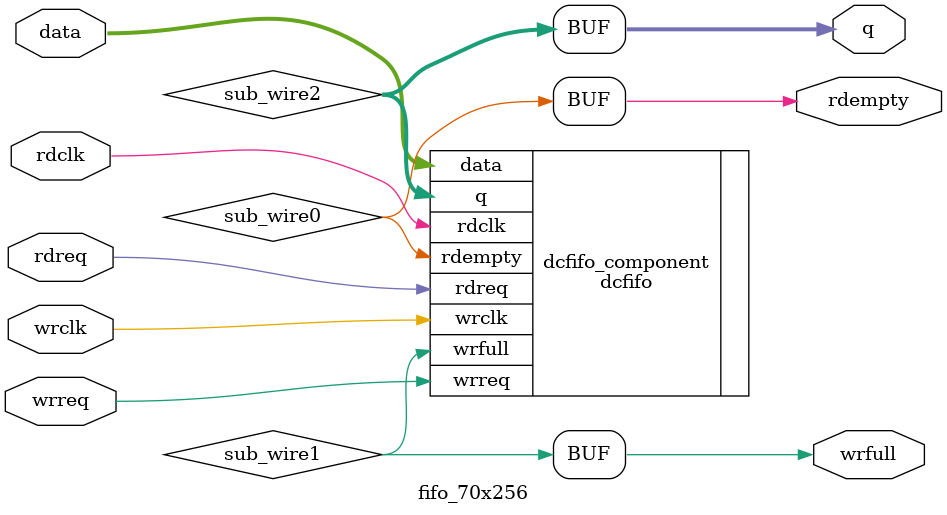
<source format=v>
module fifo_70x256 (
	data,
	rdclk,
	rdreq,
	wrclk,
	wrreq,
	q,
	rdempty,
	wrfull);
	input	[69:0]  data;
	input	  rdclk;
	input	  rdreq;
	input	  wrclk;
	input	  wrreq;
	output	[69:0]  q;
	output	  rdempty;
	output	  wrfull;
	wire  sub_wire0;
	wire  sub_wire1;
	wire [69:0] sub_wire2;
	wire  rdempty = sub_wire0;
	wire  wrfull = sub_wire1;
	wire [69:0] q = sub_wire2[69:0];
	dcfifo	dcfifo_component (
				.wrclk (wrclk),
				.rdreq (rdreq),
				.rdclk (rdclk),
				.wrreq (wrreq),
				.data (data),
				.rdempty (sub_wire0),
				.wrfull (sub_wire1),
				.q (sub_wire2)
				// synopsys translate_off
				,
				.aclr (),
				.rdfull (),
				.rdusedw (),
				.wrempty (),
				.wrusedw ()
				// synopsys translate_on
				);
	defparam
		dcfifo_component.intended_device_family = "Cyclone III",
		dcfifo_component.lpm_numwords = 256,
		dcfifo_component.lpm_showahead = "OFF",
		dcfifo_component.lpm_type = "dcfifo",
		dcfifo_component.lpm_width = 70,
		dcfifo_component.lpm_widthu = 8,
		dcfifo_component.overflow_checking = "OFF",
		dcfifo_component.rdsync_delaypipe = 4,
		dcfifo_component.underflow_checking = "OFF",
		dcfifo_component.use_eab = "ON",
		dcfifo_component.wrsync_delaypipe = 4;
endmodule
</source>
